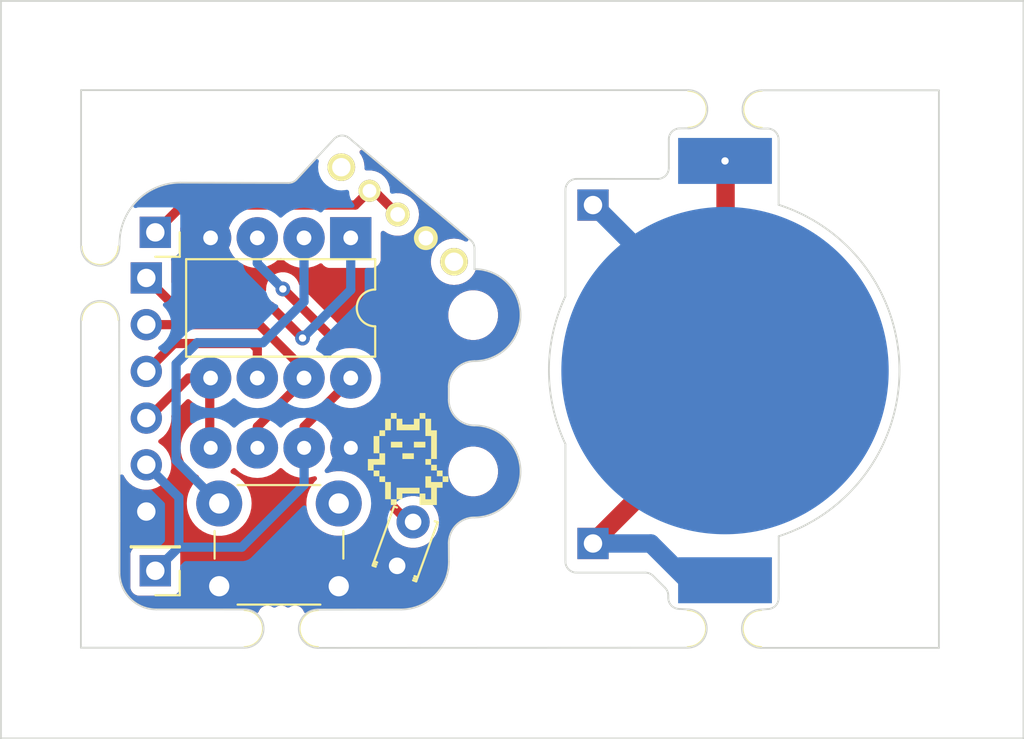
<source format=kicad_pcb>
(kicad_pcb (version 20240108) (generator "pcbnew") (generator_version "8.0")
  (layers (0 "F.Cu" signal) (31 "B.Cu" signal) (34 "B.Paste" user) (35 "F.Paste" user) (36 "B.SilkS" user "B.Silkscreen") (37 "F.SilkS" user "F.Silkscreen") (38 "B.Mask" user) (39 "F.Mask" user) (44 "Edge.Cuts" user))
  (net 0 "")
  (net 1 "GND")
  (net 2 "ISP RESET")
  (net 3 "ISP SCK")
  (net 4 "ISP MISO")
  (net 5 "ISP MOSI")
  (net 6 "BUTTON")
  (net 7 "VCC")
  (net 8 "Net-(BT2-+)")
  (net 9 "Net-(BT2--)")
  (net 10 "LED")
  (net 11 "Net-(J3-Pin_1)")
  (footprint "MountingHole:MountingHole_2.2mm_M2" (layer "F.Cu") (at 23.2 76.5 -90)
    (property "Reference" "H1" (hide yes))
    (property "Value" "MountingHole" (hide yes))
    (pad "" np_thru_hole circle (at 0 0 270) (size 2.2 2.2) (drill 2.2) (layers "*.Cu" "*.Mask"))
  )
  (footprint "Package_DIP:DIP-8_W7.62mm" (layer "F.Cu") (at 39.620077 51.983079 -90)
    (property "Reference" "U1" (hide yes))
    (property "Value" "ATtiny85V-10P")
    (fp_line (start 1.16 8.95) (end 6.46 8.95) (stroke (width 0.12)) (layer "F.SilkS"))
    (fp_line (start 6.46 8.95) (end 6.46 -1.33) (stroke (width 0.12)) (layer "F.SilkS"))
    (fp_line (start 1.16 -1.33) (end 1.16 8.95) (stroke (width 0.12)) (layer "F.SilkS"))
    (fp_line (start 2.81 -1.33) (end 1.16 -1.33) (stroke (width 0.12)) (layer "F.SilkS"))
    (fp_line (start 6.46 -1.33) (end 4.81 -1.33) (stroke (width 0.12)) (layer "F.SilkS"))
    (fp_arc (start 4.81 -1.33) (mid 3.81 -0.33) (end 2.81 -1.33) (stroke (width 0.12)) (layer "F.SilkS"))
    (pad "1" thru_hole rect (at 0 0 270) (size 2.25 2.25) (drill 0.8) (layers "*.Cu" "*.Mask") (net 2 "ISP RESET"))
    (pad "2" thru_hole circle (at 0 2.54 270) (size 2.25 2.25) (drill 0.8) (layers "*.Cu" "*.Mask") (net 6 "BUTTON"))
    (pad "3" thru_hole circle (at 0 5.08 270) (size 2.25 2.25) (drill 0.8) (layers "*.Cu" "*.Mask") (net 10 "LED"))
    (pad "4" thru_hole circle (at 0 7.62 270) (size 2.25 2.25) (drill 0.8) (layers "*.Cu" "*.Mask") (net 1 "GND"))
    (pad "5" thru_hole circle (at 7.62 7.62 270) (size 2.25 2.25) (drill 0.8) (layers "*.Cu" "*.Mask") (net 5 "ISP MOSI"))
    (pad "6" thru_hole circle (at 7.62 5.08 270) (size 2.25 2.25) (drill 0.8) (layers "*.Cu" "*.Mask") (net 4 "ISP MISO"))
    (pad "7" thru_hole circle (at 7.62 2.54 270) (size 2.25 2.25) (drill 0.8) (layers "*.Cu" "*.Mask") (net 3 "ISP SCK"))
    (pad "8" thru_hole circle (at 7.62 0 270) (size 2.25 2.25) (drill 0.8) (layers "*.Cu" "*.Mask") (net 7 "VCC"))
  )
  (footprint "MountingHole:MountingHole_2.2mm_M2" (layer "F.Cu") (at 46.277036 56.183079)
    (property "Reference" "H1" (hide yes))
    (property "Value" "MountingHole" (hide yes))
    (pad "" np_thru_hole circle (at 0 0) (size 2.2 2.2) (drill 2.2) (layers "*.Cu" "*.Mask"))
  )
  (footprint "MountingHole:MountingHole_2.2mm_M2" (layer "F.Cu") (at 23.2 41.7 -90)
    (property "Reference" "H1" (hide yes))
    (property "Value" "MountingHole" (hide yes))
    (pad "" np_thru_hole circle (at 0 0 270) (size 2.2 2.2) (drill 2.2) (layers "*.Cu" "*.Mask"))
  )
  (footprint "LOGO" (layer "F.Cu") (at 42.740397 64.007826)
    (property "Reference" "G***" (hide yes))
    (property "Value" "LOGO" (hide yes))
    (fp_poly (pts (xy -1.562885 0.781442) (xy -1.562885 0.937731) (xy -1.719173 0.937731) (xy -1.875462 0.937731) (xy -1.875462 0.781442) (xy -1.875462 0.625154) (xy -1.719173 0.625154) (xy -1.562885 0.625154)) (fill solid) (layer "F.SilkS"))
    (fp_poly (pts (xy -1.250308 1.094019) (xy -1.250308 1.250307) (xy -1.406596 1.250307) (xy -1.562885 1.250307) (xy -1.562885 1.094019) (xy -1.562885 0.937731) (xy -1.406596 0.937731) (xy -1.250308 0.937731)) (fill solid) (layer "F.SilkS"))
    (fp_poly (pts (xy -0.312577 -0.781442) (xy -0.312577 -0.625154) (xy -0.625154 -0.625154) (xy -0.937731 -0.625154) (xy -0.937731 -0.781442) (xy -0.937731 -0.937731) (xy -0.625154 -0.937731) (xy -0.312577 -0.937731)) (fill solid) (layer "F.SilkS"))
    (fp_poly (pts (xy 0.312577 -0.156289) (xy 0.312577 0) (xy 0 0) (xy -0.312577 0) (xy -0.312577 -0.156289) (xy -0.312577 -0.312577) (xy 0 -0.312577) (xy 0.312577 -0.312577)) (fill solid) (layer "F.SilkS"))
    (fp_poly (pts (xy 0.937731 -0.781442) (xy 0.937731 -0.625154) (xy 0.625154 -0.625154) (xy 0.312577 -0.625154) (xy 0.312577 -0.781442) (xy 0.312577 -0.937731) (xy 0.625154 -0.937731) (xy 0.937731 -0.937731)) (fill solid) (layer "F.SilkS"))
    (fp_poly (pts (xy 1.562884 0.468865) (xy 1.562884 0.625154) (xy 1.406596 0.625154) (xy 1.250307 0.625154) (xy 1.250307 0.468865) (xy 1.250307 0.312577) (xy 1.406596 0.312577) (xy 1.562884 0.312577)) (fill solid) (layer "F.SilkS"))
    (fp_poly (pts (xy 1.875461 0.781442) (xy 1.875461 0.937731) (xy 1.719173 0.937731) (xy 1.562884 0.937731) (xy 1.562884 0.781442) (xy 1.562884 0.625154) (xy 1.719173 0.625154) (xy 1.875461 0.625154)) (fill solid) (layer "F.SilkS"))
    (fp_poly (pts (xy -1.250308 0) (xy -1.250308 0.312577) (xy -1.562885 0.312577) (xy -1.875462 0.312577) (xy -1.875462 0.468865) (xy -1.875462 0.625154) (xy -2.03175 0.625154) (xy -2.188039 0.625154) (xy -2.188039 0.312577) (xy -2.188039 0) (xy -1.875462 0) (xy -1.562885 0) (xy -1.562885 -0.156289) (xy -1.562885 -0.312577) (xy -1.406596 -0.312577) (xy -1.250308 -0.312577)) (fill solid) (layer "F.SilkS"))
    (fp_poly (pts (xy 0.937731 -2.344327) (xy 0.937731 -2.188039) (xy 0.781442 -2.188039) (xy 0.625154 -2.188039) (xy 0.625154 -1.875462) (xy 0.625154 -1.562885) (xy 0 -1.562885) (xy -0.625154 -1.562885) (xy -0.625154 -1.875462) (xy -0.625154 -2.188039) (xy -0.468866 -2.188039) (xy -0.312577 -2.188039) (xy -0.312577 -2.03175) (xy -0.312577 -1.875462) (xy 0 -1.875462) (xy 0.312577 -1.875462) (xy 0.312577 -2.03175) (xy 0.312577 -2.188039) (xy 0.468865 -2.188039) (xy 0.625154 -2.188039) (xy 0.625154 -2.344327) (xy 0.625154 -2.500615) (xy 0.781442 -2.500615) (xy 0.937731 -2.500615)) (fill solid) (layer "F.SilkS"))
    (fp_poly (pts (xy 1.250307 -1.875462) (xy 1.250307 -1.562885) (xy 1.406596 -1.562885) (xy 1.562884 -1.562885) (xy 1.562884 -0.781442) (xy 1.562884 0) (xy 1.406596 0) (xy 1.250307 0) (xy 1.250307 0.156288) (xy 1.250307 0.312577) (xy 1.094019 0.312577) (xy 0.937731 0.312577) (xy 0.937731 0.156288) (xy 0.937731 0) (xy 1.094019 0) (xy 1.250307 0) (xy 1.250307 -0.625154) (xy 1.250307 -1.250308) (xy 1.094019 -1.250308) (xy 0.937731 -1.250308) (xy 0.937731 -1.719173) (xy 0.937731 -2.188039) (xy 1.094019 -2.188039) (xy 1.250307 -2.188039)) (fill solid) (layer "F.SilkS"))
    (fp_poly (pts (xy -0.937731 1.719173) (xy -0.937731 2.188038) (xy -0.781442 2.188038) (xy -0.625154 2.188038) (xy -0.625154 1.875461) (xy -0.625154 1.562884) (xy 0 1.562884) (xy 0.625154 1.562884) (xy 0.625154 1.719173) (xy 0.625154 1.875461) (xy 0.156288 1.875461) (xy -0.312577 1.875461) (xy -0.312577 2.03175) (xy -0.312577 2.188038) (xy -0.468866 2.188038) (xy -0.625154 2.188038) (xy -0.625154 2.344327) (xy -0.625154 2.500615) (xy -0.781442 2.500615) (xy -0.937731 2.500615) (xy -0.937731 2.344327) (xy -0.937731 2.188038) (xy -1.094019 2.188038) (xy -1.250308 2.188038) (xy -1.250308 1.719173) (xy -1.250308 1.250307) (xy -1.094019 1.250307) (xy -0.937731 1.250307)) (fill solid) (layer "F.SilkS"))
    (fp_poly (pts (xy -0.625154 -2.344327) (xy -0.625154 -2.188039) (xy -0.781442 -2.188039) (xy -0.937731 -2.188039) (xy -0.937731 -1.875462) (xy -0.937731 -1.562885) (xy -1.094019 -1.562885) (xy -1.250308 -1.562885) (xy -1.250308 -1.406596) (xy -1.250308 -1.250308) (xy -1.406596 -1.250308) (xy -1.562885 -1.250308) (xy -1.562885 -0.781442) (xy -1.562885 -0.312577) (xy -1.719173 -0.312577) (xy -1.875462 -0.312577) (xy -1.875462 -0.781442) (xy -1.875462 -1.250308) (xy -1.719173 -1.250308) (xy -1.562885 -1.250308) (xy -1.562885 -1.406596) (xy -1.562885 -1.562885) (xy -1.406596 -1.562885) (xy -1.250308 -1.562885) (xy -1.250308 -1.875462) (xy -1.250308 -2.188039) (xy -1.094019 -2.188039) (xy -0.937731 -2.188039) (xy -0.937731 -2.344327) (xy -0.937731 -2.500615) (xy -0.781442 -2.500615) (xy -0.625154 -2.500615)) (fill solid) (layer "F.SilkS"))
    (fp_poly (pts (xy 1.250307 1.094019) (xy 1.250307 1.250307) (xy 1.562884 1.250307) (xy 1.875461 1.250307) (xy 1.875461 1.094019) (xy 1.875461 0.937731) (xy 2.03175 0.937731) (xy 2.188038 0.937731) (xy 2.188038 1.094019) (xy 2.188038 1.250307) (xy 2.03175 1.250307) (xy 1.875461 1.250307) (xy 1.875461 1.406596) (xy 1.875461 1.562884) (xy 1.719173 1.562884) (xy 1.562884 1.562884) (xy 1.562884 2.03175) (xy 1.562884 2.500615) (xy 1.094019 2.500615) (xy 0.625154 2.500615) (xy 0.625154 2.188038) (xy 0.625154 1.875461) (xy 0.781442 1.875461) (xy 0.937731 1.875461) (xy 0.937731 2.03175) (xy 0.937731 2.188038) (xy 1.094019 2.188038) (xy 1.250307 2.188038) (xy 1.250307 1.875461) (xy 1.250307 1.562884) (xy 1.094019 1.562884) (xy 0.937731 1.562884) (xy 0.937731 1.250307) (xy 0.937731 0.937731) (xy 1.094019 0.937731) (xy 1.250307 0.937731)) (fill solid) (layer "F.SilkS"))
  )
  (footprint "MountingHole:MountingHole_2.2mm_M2" (layer "F.Cu") (at 73.5 76.5 -90)
    (property "Reference" "H1" (hide yes))
    (property "Value" "MountingHole" (hide yes))
    (pad "" np_thru_hole circle (at 0 0 270) (size 2.2 2.2) (drill 2.2) (layers "*.Cu" "*.Mask"))
  )
  (footprint "Panelization:mouse-bite-2mm-slot" (layer "F.Cu") (at 25.990846 54.452015 90)
    (property "Reference" "mouse-bite-2mm-slot" (hide yes))
    (property "Value" "VAL**" (hide yes))
    (fp_arc (start -2 -1) (mid -1 0) (end -2 1) (stroke (width 0.1)) (layer "F.SilkS"))
    (fp_arc (start 2 1) (mid 1 0) (end 2 -1) (stroke (width 0.1)) (layer "F.SilkS"))
    (pad "" np_thru_hole circle (at -0.75 -0.75 90) (size 0.5 0.5) (drill 0.5) (layers "*.Cu" "*.Mask"))
    (pad "" np_thru_hole circle (at -0.75 0.75 90) (size 0.5 0.5) (drill 0.5) (layers "*.Cu" "*.Mask"))
    (pad "" np_thru_hole circle (at 0 -0.75 90) (size 0.5 0.5) (drill 0.5) (layers "*.Cu" "*.Mask"))
    (pad "" np_thru_hole circle (at 0 0.75 90) (size 0.5 0.5) (drill 0.5) (layers "*.Cu" "*.Mask"))
    (pad "" np_thru_hole circle (at 0.75 -0.75 90) (size 0.5 0.5) (drill 0.5) (layers "*.Cu" "*.Mask"))
    (pad "" np_thru_hole circle (at 0.75 0.75 90) (size 0.5 0.5) (drill 0.5) (layers "*.Cu" "*.Mask"))
  )
  (footprint "Connector_PinHeader_2.54mm:PinHeader_1x01_P2.54mm_Vertical" (layer "F.Cu") (at 52.792414 68.6 180)
    (property "Reference" "J4" (hide yes))
    (property "Value" "Conn_01x01_Male")
    (pad "1" thru_hole rect (at 0 0 180) (size 1.7 1.7) (drill 1) (layers "*.Cu" "*.Mask") (net 8 "Net-(BT2-+)"))
  )
  (footprint "1825232-1:18252321" (layer "F.Cu") (at 43.704199 51.996982 140)
    (property "Reference" "SW2")
    (property "Value" "SW_Push" (hide yes))
    (pad "1" thru_hole circle (at 0 0 230) (size 1.3 1.3) (drill 0.8) (layers "*.Cu" "*.Mask" "F.SilkS") (net 1 "GND"))
    (pad "2" thru_hole circle (at 4 0 230) (size 1.2 1.2) (drill 0.75) (layers "*.Cu" "*.Mask" "F.SilkS") (net 11 "Net-(J3-Pin_1)"))
    (pad "3" thru_hole circle (at 2 0 230) (size 1.3 1.3) (drill 0.8) (layers "*.Cu" "*.Mask" "F.SilkS") (net 11 "Net-(J3-Pin_1)"))
    (pad "MH1" thru_hole circle (at -2 0 230) (size 1.5 1.5) (drill 1) (layers "*.Cu" "*.Mask" "F.SilkS"))
    (pad "MH2" thru_hole circle (at 6 0 230) (size 1.5 1.5) (drill 1) (layers "*.Cu" "*.Mask" "F.SilkS"))
  )
  (footprint "Button_Switch_THT:SW_PUSH_6mm" (layer "F.Cu") (at 38.968713 70.923675 180)
    (property "Reference" "SW1" (hide yes))
    (property "Value" "Main Button")
    (fp_line (start 6.75 3) (end 6.75 1.5) (stroke (width 0.12)) (layer "F.SilkS"))
    (fp_line (start 5.5 -1) (end 1 -1) (stroke (width 0.12)) (layer "F.SilkS"))
    (fp_line (start 1 5.5) (end 5.5 5.5) (stroke (width 0.12)) (layer "F.SilkS"))
    (fp_line (start -0.25 1.5) (end -0.25 3) (stroke (width 0.12)) (layer "F.SilkS"))
    (pad "1" thru_hole circle (at 0 0 270) (size 2.5 2.5) (drill 1.1) (layers "*.Cu" "*.Mask") (net 1 "GND"))
    (pad "1" thru_hole circle (at 6.5 0 270) (size 2.5 2.5) (drill 1.1) (layers "*.Cu" "*.Mask") (net 1 "GND"))
    (pad "2" thru_hole circle (at 0 4.5 270) (size 2.5 2.5) (drill 1.1) (layers "*.Cu" "*.Mask") (net 6 "BUTTON"))
    (pad "2" thru_hole circle (at 6.5 4.5 270) (size 2.5 2.5) (drill 1.1) (layers "*.Cu" "*.Mask") (net 6 "BUTTON"))
  )
  (footprint "Panelization:mouse-bite-2mm-slot" (layer "F.Cu") (at 59.97042 44.992117)
    (property "Reference" "mouse-bite-2mm-slot" (hide yes))
    (property "Value" "VAL**" (hide yes))
    (fp_arc (start -2 -1) (mid -1 0) (end -2 1) (stroke (width 0.1)) (layer "F.SilkS"))
    (fp_arc (start 2 1) (mid 1 0) (end 2 -1) (stroke (width 0.1)) (layer "F.SilkS"))
    (pad "" np_thru_hole circle (at -0.75 -0.75) (size 0.5 0.5) (drill 0.5) (layers "*.Cu" "*.Mask"))
    (pad "" np_thru_hole circle (at -0.75 0.75) (size 0.5 0.5) (drill 0.5) (layers "*.Cu" "*.Mask"))
    (pad "" np_thru_hole circle (at 0 -0.75) (size 0.5 0.5) (drill 0.5) (layers "*.Cu" "*.Mask"))
    (pad "" np_thru_hole circle (at 0 0.75) (size 0.5 0.5) (drill 0.5) (layers "*.Cu" "*.Mask"))
    (pad "" np_thru_hole circle (at 0.75 -0.75) (size 0.5 0.5) (drill 0.5) (layers "*.Cu" "*.Mask"))
    (pad "" np_thru_hole circle (at 0.75 0.75) (size 0.5 0.5) (drill 0.5) (layers "*.Cu" "*.Mask"))
  )
  (footprint "Panelization:mouse-bite-2mm-slot" (layer "F.Cu") (at 59.936751 73.226415)
    (property "Reference" "mouse-bite-2mm-slot" (hide yes))
    (property "Value" "VAL**" (hide yes))
    (fp_arc (start -2 -1) (mid -1 0) (end -2 1) (stroke (width 0.1)) (layer "F.SilkS"))
    (fp_arc (start 2 1) (mid 1 0) (end 2 -1) (stroke (width 0.1)) (layer "F.SilkS"))
    (pad "" np_thru_hole circle (at -0.75 -0.75) (size 0.5 0.5) (drill 0.5) (layers "*.Cu" "*.Mask"))
    (pad "" np_thru_hole circle (at -0.75 0.75) (size 0.5 0.5) (drill 0.5) (layers "*.Cu" "*.Mask"))
    (pad "" np_thru_hole circle (at 0 -0.75) (size 0.5 0.5) (drill 0.5) (layers "*.Cu" "*.Mask"))
    (pad "" np_thru_hole circle (at 0 0.75) (size 0.5 0.5) (drill 0.5) (layers "*.Cu" "*.Mask"))
    (pad "" np_thru_hole circle (at 0.75 -0.75) (size 0.5 0.5) (drill 0.5) (layers "*.Cu" "*.Mask"))
    (pad "" np_thru_hole circle (at 0.75 0.75) (size 0.5 0.5) (drill 0.5) (layers "*.Cu" "*.Mask"))
  )
  (footprint "Stepchild:Tiny OLED module" (layer "F.Cu") (at 35.815 63.4 180)
    (property "Reference" "U2" (hide yes))
    (property "Value" "OLED" (hide yes))
    (pad "1" thru_hole circle (at -3.81 0 180) (size 2.25 2.25) (drill 0.762) (layers "*.Cu" "*.Mask") (net 1 "GND"))
    (pad "2" thru_hole circle (at -1.27 0 180) (size 2.25 2.25) (drill 0.762) (layers "*.Cu" "*.Mask") (net 7 "VCC"))
    (pad "3" thru_hole circle (at 1.27 0 180) (size 2.25 2.25) (drill 0.762) (layers "*.Cu" "*.Mask") (net 3 "ISP SCK"))
    (pad "4" thru_hole circle (at 3.81 0 180) (size 2.25 2.25) (drill 0.762) (layers "*.Cu" "*.Mask") (net 5 "ISP MOSI"))
  )
  (footprint "Panelization:mouse-bite-2mm-slot" (layer "F.Cu") (at 35.843006 73.226415)
    (property "Reference" "mouse-bite-2mm-slot" (hide yes))
    (property "Value" "VAL**" (hide yes))
    (fp_arc (start -2 -1) (mid -1 0) (end -2 1) (stroke (width 0.1)) (layer "F.SilkS"))
    (fp_arc (start 2 1) (mid 1 0) (end 2 -1) (stroke (width 0.1)) (layer "F.SilkS"))
    (pad "" np_thru_hole circle (at -0.75 -0.75) (size 0.5 0.5) (drill 0.5) (layers "*.Cu" "*.Mask"))
    (pad "" np_thru_hole circle (at -0.75 0.75) (size 0.5 0.5) (drill 0.5) (layers "*.Cu" "*.Mask"))
    (pad "" np_thru_hole circle (at 0 -0.75) (size 0.5 0.5) (drill 0.5) (layers "*.Cu" "*.Mask"))
    (pad "" np_thru_hole circle (at 0 0.75) (size 0.5 0.5) (drill 0.5) (layers "*.Cu" "*.Mask"))
    (pad "" np_thru_hole circle (at 0.75 -0.75) (size 0.5 0.5) (drill 0.5) (layers "*.Cu" "*.Mask"))
    (pad "" np_thru_hole circle (at 0.75 0.75) (size 0.5 0.5) (drill 0.5) (layers "*.Cu" "*.Mask"))
  )
  (footprint "Connector_PinHeader_2.54mm:PinHeader_1x01_P2.54mm_Vertical" (layer "F.Cu") (at 28.99396 51.683079 180)
    (property "Reference" "J3" (hide yes))
    (property "Value" "Conn_01x01_Female" (hide yes))
    (fp_line (start -1.33 0) (end -1.33 -1.33) (stroke (width 0.12)) (layer "F.SilkS"))
    (fp_line (start -1.33 -1.33) (end 0 -1.33) (stroke (width 0.12)) (layer "F.SilkS"))
    (pad "1" thru_hole rect (at 0 0 180) (size 1.7 1.7) (drill 1) (layers "*.Cu" "*.Mask") (net 11 "Net-(J3-Pin_1)"))
  )
  (footprint "Connector_PinHeader_2.54mm:PinHeader_1x01_P2.54mm_Vertical" (layer "F.Cu") (at 52.792414 50.2 180)
    (property "Reference" "J5" (hide yes))
    (property "Value" "Conn_01x01_Male" (hide yes))
    (pad "1" thru_hole rect (at 0 0 180) (size 1.7 1.7) (drill 1) (layers "*.Cu" "*.Mask") (net 9 "Net-(BT2--)"))
  )
  (footprint "Connector_PinHeader_2.54mm:PinHeader_1x01_P2.54mm_Vertical" (layer "F.Cu") (at 28.99396 70.083079 180)
    (property "Reference" "J2" (hide yes))
    (property "Value" "Conn_01x01_Female" (hide yes))
    (fp_line (start 1.33 1.27) (end 1.33 1.33) (stroke (width 0.12)) (layer "F.SilkS"))
    (fp_line (start -1.33 1.33) (end 1.33 1.33) (stroke (width 0.12)) (layer "F.SilkS"))
    (fp_line (start -1.33 1.27) (end 1.33 1.27) (stroke (width 0.12)) (layer "F.SilkS"))
    (fp_line (start -1.33 1.27) (end -1.33 1.33) (stroke (width 0.12)) (layer "F.SilkS"))
    (fp_line (start -1.33 0) (end -1.33 -1.33) (stroke (width 0.12)) (layer "F.SilkS"))
    (fp_line (start -1.33 -1.33) (end 0 -1.33) (stroke (width 0.12)) (layer "F.SilkS"))
    (pad "1" thru_hole rect (at 0 0 180) (size 1.7 1.7) (drill 1) (layers "*.Cu" "*.Mask") (net 7 "VCC"))
  )
  (footprint "MountingHole:MountingHole_2.2mm_M2" (layer "F.Cu") (at 46.277036 64.683079)
    (property "Reference" "H2" (hide yes))
    (property "Value" "MountingHole" (hide yes))
    (pad "" np_thru_hole circle (at 0 0) (size 2.2 2.2) (drill 2.2) (layers "*.Cu" "*.Mask"))
  )
  (footprint "MountingHole:MountingHole_2.2mm_M2" (layer "F.Cu") (at 73.4 41.7)
    (property "Reference" "H1" (hide yes))
    (property "Value" "MountingHole" (hide yes))
    (pad "" np_thru_hole circle (at 0 0) (size 2.2 2.2) (drill 2.2) (layers "*.Cu" "*.Mask"))
  )
  (footprint "LED_THT:LED_D1.8mm_W3.3mm_H2.4mm" (layer "F.Cu") (at 42.142843 69.816333 70)
    (property "Reference" "D1" (hide yes))
    (property "Value" "LED")
    (fp_line (start -0.44 -1.260001) (end -0.44 -1.08) (stroke (width 0.12)) (layer "F.SilkS"))
    (fp_line (start -0.44 -1.260001) (end 2.98 -1.26) (stroke (width 0.12)) (layer "F.SilkS"))
    (fp_line (start -0.32 -1.26) (end -0.32 -1.08) (stroke (width 0.12)) (layer "F.SilkS"))
    (fp_line (start -0.2 -1.26) (end -0.2 -1.08) (stroke (width 0.12)) (layer "F.SilkS"))
    (fp_line (start 2.98 -1.26) (end 2.98 -1.095) (stroke (width 0.12)) (layer "F.SilkS"))
    (fp_line (start -0.440001 1.08) (end -0.44 1.26) (stroke (width 0.12)) (layer "F.SilkS"))
    (fp_line (start -0.319999 1.08) (end -0.32 1.26) (stroke (width 0.12)) (layer "F.SilkS"))
    (fp_line (start -0.2 1.08) (end -0.2 1.26) (stroke (width 0.12)) (layer "F.SilkS"))
    (fp_line (start -0.44 1.26) (end 2.98 1.26) (stroke (width 0.12)) (layer "F.SilkS"))
    (fp_line (start 2.98 1.095) (end 2.98 1.26) (stroke (width 0.12)) (layer "F.SilkS"))
    (pad "1" thru_hole rect (at 0 0 70) (size 1.8 1.8) (drill 0.9) (layers "*.Cu" "*.Mask") (net 1 "GND"))
    (pad "2" thru_hole circle (at 2.54 0 70) (size 1.8 1.8) (drill 0.9) (layers "*.Cu" "*.Mask") (net 10 "LED"))
  )
  (footprint "Stepchild:Battery Clip" (layer "B.Cu") (at 59.970784 59.2 90)
    (property "Reference" "BT2" (hide yes))
    (property "Value" "lr44")
    (pad "1" smd rect (at -11.4 0 90) (size 2.5 5.1) (layers "B.Cu" "B.Paste" "B.Mask") (net 8 "Net-(BT2-+)"))
    (pad "1" smd rect (at 11.4 0 90) (size 2.5 5.1) (layers "B.Cu" "B.Paste" "B.Mask") (net 8 "Net-(BT2-+)"))
    (pad "2" smd circle (at 0 0 90) (size 17.8 17.8) (layers "B.Cu" "B.Paste" "B.Mask") (net 9 "Net-(BT2--)"))
  )
  (footprint "Connector_PinHeader_2.54mm:PinHeader_1x06_P2.54mm_Vertical" (layer "B.Cu") (at 28.505077 54.163079 180)
    (property "Reference" "J1" (hide yes))
    (property "Value" "Programming port")
    (pad "1" thru_hole rect (at 0 0 180) (size 1.7 1.7) (drill 1) (layers "*.Cu" "*.Mask") (net 2 "ISP RESET"))
    (pad "2" thru_hole oval (at 0 -2.54 180) (size 1.7 1.7) (drill 1) (layers "*.Cu" "*.Mask") (net 3 "ISP SCK"))
    (pad "3" thru_hole oval (at 0 -5.08 180) (size 1.7 1.7) (drill 1) (layers "*.Cu" "*.Mask") (net 4 "ISP MISO"))
    (pad "4" thru_hole oval (at 0 -7.62 180) (size 1.7 1.7) (drill 1) (layers "*.Cu" "*.Mask") (net 5 "ISP MOSI"))
    (pad "5" thru_hole oval (at 0 -10.16 180) (size 1.7 1.7) (drill 1) (layers "*.Cu" "*.Mask") (net 7 "VCC"))
    (pad "6" thru_hole oval (at 0 -12.7 180) (size 1.7 1.7) (drill 1) (layers "*.Cu" "*.Mask") (net 1 "GND"))
  )
  (gr_arc (start 57.968918 43.95011) (mid 59.010802 44.990938) (end 57.969638 46.032498) (stroke (width 0.1)) (layer "Edge.Cuts"))
  (gr_arc (start 46.135992 52.103264) (mid 46.293944 52.309268) (end 46.350095 52.562712) (stroke (width 0.1)) (layer "Edge.Cuts"))
  (gr_arc (start 44.950077 68.583079) (mid 45.360128 67.59313) (end 46.350077 67.183079) (stroke (width 0.1)) (layer "Edge.Cuts"))
  (gr_line (start 27.050077 67.383079) (end 27.031227 56.452797) (stroke (width 0.1)) (layer "Edge.Cuts"))
  (gr_arc (start 51.892414 70.184866) (mid 51.468126 70.009134) (end 51.292414 69.584866) (stroke (width 0.1)) (layer "Edge.Cuts"))
  (gr_arc (start 62.279442 46.039281) (mid 62.707254 46.213059) (end 62.884866 46.639256) (stroke (width 0.1)) (layer "Edge.Cuts"))
  (gr_arc (start 44.950077 60.083079) (mid 45.360128 59.09313) (end 46.350077 58.683079) (stroke (width 0.1)) (layer "Edge.Cuts"))
  (gr_line (start 46.350077 53.683079) (end 46.350095 52.562712) (stroke (width 0.1)) (layer "Edge.Cuts"))
  (gr_arc (start 38.709268 46.611441) (mid 39.11203 46.420049) (end 39.535638 46.559412) (stroke (width 0.1)) (layer "Edge.Cuts"))
  (gr_line (start 46.135992 52.103264) (end 39.535638 46.559412) (stroke (width 0.1)) (layer "Edge.Cuts"))
  (gr_arc (start 46.350077 53.683079) (mid 48.850077 56.183079) (end 46.350077 58.683079) (stroke (width 0.1)) (layer "Edge.Cuts"))
  (gr_arc (start 56.913818 46.630248) (mid 57.087416 46.207985) (end 57.507904 46.030137) (stroke (width 0.1)) (layer "Edge.Cuts"))
  (gr_arc (start 27.050077 52.283079) (mid 28.016625 49.949627) (end 30.350077 48.983079) (stroke (width 0.1)) (layer "Edge.Cuts"))
  (gr_line (start 56.709238 71.009238) (end 56.060602 70.360602) (stroke (width 0.1)) (layer "Edge.Cuts"))
  (gr_line (start 55.636338 70.184866) (end 51.892414 70.184866) (stroke (width 0.1)) (layer "Edge.Cuts"))
  (gr_arc (start 51.292414 49.376393) (mid 51.468295 48.951989) (end 51.892818 48.776394) (stroke (width 0.1)) (layer "Edge.Cuts"))
  (gr_line (start 27.050077 67.383079) (end 27.050077 70.183079) (stroke (width 0.1)) (layer "Edge.Cuts"))
  (gr_arc (start 51.292414 63.192174) (mid 50.39655 59.175288) (end 51.292414 55.158402) (stroke (width 0.1)) (layer "Edge.Cuts"))
  (gr_line (start 38.709268 46.611441) (end 36.680998 48.804314) (stroke (width 0.1)) (layer "Edge.Cuts"))
  (gr_arc (start 55.636338 70.184866) (mid 55.865945 70.230544) (end 56.060602 70.360602) (stroke (width 0.1)) (layer "Edge.Cuts"))
  (gr_line (start 57.935249 72.184408) (end 57.485163 72.158484) (stroke (width 0.1)) (layer "Edge.Cuts"))
  (gr_arc (start 57.485163 72.158484) (mid 57.0609 71.982892) (end 56.885028 71.558745) (stroke (width 0.1)) (layer "Edge.Cuts"))
  (gr_line (start 44.950077 60.783079) (end 44.950077 60.083079) (stroke (width 0.1)) (layer "Edge.Cuts"))
  (gr_line (start 62.286797 72.167514) (end 61.929989 72.194039) (stroke (width 0.1)) (layer "Edge.Cuts"))
  (gr_arc (start 46.350077 62.183079) (mid 48.850077 64.683079) (end 46.350077 67.183079) (stroke (width 0.1)) (layer "Edge.Cuts"))
  (gr_line (start 33.841504 72.184408) (end 29.050077 72.183079) (stroke (width 0.1)) (layer "Edge.Cuts"))
  (gr_rect (start 20.6 39.1) (end 76.2 79.2) (stroke (width 0.1)) (fill none) (layer "Edge.Cuts"))
  (gr_line (start 51.292414 55.158402) (end 51.292414 49.376393) (stroke (width 0.1)) (layer "Edge.Cuts"))
  (gr_line (start 61.963658 43.959741) (end 71.6 43.959741) (stroke (width 0.1)) (layer "Edge.Cuts"))
  (gr_line (start 30.350077 48.983079) (end 36.23346 48.996862) (stroke (width 0.1)) (layer "Edge.Cuts"))
  (gr_line (start 44.950077 68.583079) (end 44.957272 69.584983) (stroke (width 0.1)) (layer "Edge.Cuts"))
  (gr_line (start 57.970093 46.025581) (end 57.507904 46.030137) (stroke (width 0.1)) (layer "Edge.Cuts"))
  (gr_arc (start 27.040858 52.458057) (mid 26.000022 53.500002) (end 24.95847 52.458777) (stroke (width 0.1)) (layer "Edge.Cuts"))
  (gr_arc (start 44.957272 69.584983) (mid 44.195748 71.423456) (end 42.357272 72.184983) (stroke (width 0.1)) (layer "Edge.Cuts"))
  (gr_line (start 62.279442 46.039281) (end 61.964378 46.042129) (stroke (width 0.1)) (layer "Edge.Cuts"))
  (gr_line (start 24.948839 74.266762) (end 24.948839 56.453517) (stroke (width 0.1)) (layer "Edge.Cuts"))
  (gr_arc (start 62.884866 50.184866) (mid 69.455862 59.193044) (end 62.891747 68.206235) (stroke (width 0.1)) (layer "Edge.Cuts"))
  (gr_line (start 27.040858 52.458057) (end 27.050077 52.283079) (stroke (width 0.1)) (layer "Edge.Cuts"))
  (gr_line (start 24.95847 43.95011) (end 57.968918 43.95011) (stroke (width 0.1)) (layer "Edge.Cuts"))
  (gr_line (start 56.885028 71.558745) (end 56.884974 71.433242) (stroke (width 0.1)) (layer "Edge.Cuts"))
  (gr_arc (start 62.88588 71.568562) (mid 62.710097 71.991838) (end 62.286797 72.167514) (stroke (width 0.1)) (layer "Edge.Cuts"))
  (gr_line (start 24.95847 52.458777) (end 24.95847 43.95011) (stroke (width 0.1)) (layer "Edge.Cuts"))
  (gr_arc (start 61.930709 74.276427) (mid 60.888808 73.23559) (end 61.929989 72.194039) (stroke (width 0.1)) (layer "Edge.Cuts"))
  (gr_line (start 71.6 74.276427) (end 61.930709 74.276427) (stroke (width 0.1)) (layer "Edge.Cuts"))
  (gr_arc (start 56.709238 71.009238) (mid 56.839259 71.20377) (end 56.884974 71.433242) (stroke (width 0.1)) (layer "Edge.Cuts"))
  (gr_line (start 37.836964 74.276427) (end 57.935969 74.266796) (stroke (width 0.1)) (layer "Edge.Cuts"))
  (gr_arc (start 37.836964 74.276427) (mid 36.795069 73.235593) (end 37.836244 72.194039) (stroke (width 0.1)) (layer "Edge.Cuts"))
  (gr_line (start 37.836244 72.194039) (end 42.357272 72.184983) (stroke (width 0.1)) (layer "Edge.Cuts"))
  (gr_arc (start 56.91418 48.178148) (mid 56.738352 48.60264) (end 56.313776 48.778288) (stroke (width 0.1)) (layer "Edge.Cuts"))
  (gr_line (start 62.884866 46.639256) (end 62.884866 50.184866) (stroke (width 0.1)) (layer "Edge.Cuts"))
  (gr_line (start 56.91418 48.178148) (end 56.913818 46.630248) (stroke (width 0.1)) (layer "Edge.Cuts"))
  (gr_line (start 56.313776 48.778288) (end 51.892818 48.776394) (stroke (width 0.1)) (layer "Edge.Cuts"))
  (gr_arc (start 46.350077 62.183079) (mid 45.360128 61.773028) (end 44.950077 60.783079) (stroke (width 0.1)) (layer "Edge.Cuts"))
  (gr_line (start 71.6 43.959741) (end 71.6 74.276427) (stroke (width 0.1)) (layer "Edge.Cuts"))
  (gr_arc (start 61.964378 46.042129) (mid 60.922493 45.001298) (end 61.963658 43.959741) (stroke (width 0.1)) (layer "Edge.Cuts"))
  (gr_arc (start 33.841504 72.184408) (mid 34.883399 73.225242) (end 33.842224 74.266796) (stroke (width 0.1)) (layer "Edge.Cuts"))
  (gr_line (start 62.891747 68.206235) (end 62.88588 71.568562) (stroke (width 0.1)) (layer "Edge.Cuts"))
  (gr_arc (start 36.680998 48.804314) (mid 36.477652 48.948058) (end 36.23346 48.996862) (stroke (width 0.1)) (layer "Edge.Cuts"))
  (gr_arc (start 57.935249 72.184408) (mid 58.977137 73.22524) (end 57.935969 74.266796) (stroke (width 0.1)) (layer "Edge.Cuts"))
  (gr_line (start 51.292414 69.584866) (end 51.292414 63.192174) (stroke (width 0.1)) (layer "Edge.Cuts"))
  (gr_arc (start 29.050077 72.183079) (mid 27.635863 71.597293) (end 27.050077 70.183079) (stroke (width 0.1)) (layer "Edge.Cuts"))
  (gr_arc (start 24.948839 56.453517) (mid 25.989672 55.411623) (end 27.031227 56.452797) (stroke (width 0.1)) (layer "Edge.Cuts"))
  (gr_line (start 33.842224 74.266796) (end 24.948839 74.266762) (stroke (width 0.1)) (layer "Edge.Cuts"))
  (segment (start 30.045077 55.703079) (end 28.505077 54.163079) (width 0.5) (layer "F.Cu") (net 2))
  (segment (start 35.27092 55.703079) (end 30.045077 55.703079) (width 0.5) (layer "F.Cu") (net 2))
  (segment (start 37.000034 57.432193) (end 35.27092 55.703079) (width 0.5) (layer "F.Cu") (net 2))
  (via (at 37.000034 57.432193) (size 0.8) (drill 0.4) (layers "F.Cu" "B.Cu") (net 2))
  (segment (start 39.620077 51.983079) (end 39.450077 51.983079) (width 0.5) (layer "B.Cu") (net 2))
  (segment (start 37.000034 57.432193) (end 39.620077 54.81215) (width 0.5) (layer "B.Cu") (net 2))
  (segment (start 39.620077 54.81215) (end 39.620077 51.983079) (width 0.5) (layer "B.Cu") (net 2))
  (segment (start 34.645281 56.703079) (end 37.080077 59.137875) (width 0.5) (layer "F.Cu") (net 3))
  (segment (start 34.545 63.4) (end 34.545 62.249807) (width 0.5) (layer "F.Cu") (net 3))
  (segment (start 34.545 62.249807) (end 37.080077 59.71473) (width 0.5) (layer "F.Cu") (net 3))
  (segment (start 28.505077 56.703079) (end 34.645281 56.703079) (width 0.5) (layer "F.Cu") (net 3))
  (segment (start 34.256067 57.728079) (end 34.540077 58.012089) (width 0.5) (layer "F.Cu") (net 4))
  (segment (start 28.505077 59.243079) (end 30.020077 57.728079) (width 0.5) (layer "F.Cu") (net 4))
  (segment (start 30.020077 57.728079) (end 34.256067 57.728079) (width 0.5) (layer "F.Cu") (net 4))
  (segment (start 34.540077 58.012089) (end 34.540077 59.603079) (width 0.5) (layer "F.Cu") (net 4))
  (segment (start 28.616921 61.783079) (end 30.796921 59.603079) (width 0.5) (layer "F.Cu") (net 5))
  (segment (start 32.005 63.4) (end 31.955077 63.350077) (width 0.5) (layer "F.Cu") (net 5))
  (segment (start 28.505077 61.783079) (end 28.616921 61.783079) (width 0.5) (layer "F.Cu") (net 5))
  (segment (start 30.796921 59.603079) (end 32.000077 59.603079) (width 0.5) (layer "F.Cu") (net 5))
  (segment (start 31.955077 63.350077) (end 31.955077 59.648079) (width 0.5) (layer "F.Cu") (net 5))
  (segment (start 31.268426 57.683079) (end 30.125077 58.826428) (width 0.5) (layer "B.Cu") (net 6))
  (segment (start 30.125077 58.826428) (end 30.125077 64.080039) (width 0.5) (layer "B.Cu") (net 6))
  (segment (start 37.080077 51.983079) (end 37.080077 55.453079) (width 0.5) (layer "B.Cu") (net 6))
  (segment (start 37.080077 55.453079) (end 34.850077 57.683079) (width 0.5) (layer "B.Cu") (net 6))
  (segment (start 30.125077 64.080039) (end 32.468713 66.423675) (width 0.5) (layer "B.Cu") (net 6))
  (segment (start 34.850077 57.683079) (end 31.268426 57.683079) (width 0.5) (layer "B.Cu") (net 6))
  (segment (start 37.085 62.249807) (end 37.085 63.4) (width 0.5) (layer "F.Cu") (net 7))
  (segment (start 39.620077 59.71473) (end 37.085 62.249807) (width 0.5) (layer "F.Cu") (net 7))
  (segment (start 33.7 68.8) (end 37.085 65.415) (width 0.5) (layer "B.Cu") (net 7))
  (segment (start 30.277039 66.095041) (end 28.505077 64.323079) (width 0.5) (layer "B.Cu") (net 7))
  (segment (start 30.277039 68.8) (end 33.7 68.8) (width 0.5) (layer "B.Cu") (net 7))
  (segment (start 30.277039 68.8) (end 30.277039 66.095041) (width 0.5) (layer "B.Cu") (net 7))
  (segment (start 37.085 65.415) (end 37.085 63.4) (width 0.5) (layer "B.Cu") (net 7))
  (segment (start 28.99396 70.083079) (end 30.277039 68.8) (width 0.5) (layer "B.Cu") (net 7))
  (segment (start 60 61.349012) (end 60 47.829216) (width 1) (layer "F.Cu") (net 8))
  (segment (start 60 47.829216) (end 59.970784 47.8) (width 1) (layer "F.Cu") (net 8))
  (segment (start 52.792414 68.6) (end 52.792414 68.556598) (width 1) (layer "F.Cu") (net 8))
  (segment (start 52.792414 68.556598) (end 60 61.349012) (width 1) (layer "F.Cu") (net 8))
  (via (at 59.970784 47.8) (size 0.8) (drill 0.4) (layers "F.Cu" "B.Cu") (net 8))
  (segment (start 52.792414 68.6) (end 55.935816 68.6) (width 1) (layer "B.Cu") (net 8))
  (segment (start 57.935816 70.6) (end 59.970784 70.6) (width 1) (layer "B.Cu") (net 8))
  (segment (start 55.935816 68.6) (end 57.935816 70.6) (width 1) (layer "B.Cu") (net 8))
  (segment (start 59.970784 57.334968) (end 52.835816 50.2) (width 1) (layer "B.Cu") (net 9))
  (segment (start 59.970784 59.2) (end 59.970784 57.334968) (width 1) (layer "B.Cu") (net 9))
  (segment (start 52.835816 50.2) (end 52.792414 50.2) (width 1) (layer "B.Cu") (net 9))
  (segment (start 41.5 66.168649) (end 43.032656 67.701305) (width 0.5) (layer "F.Cu") (net 10))
  (segment (start 35.930577 54.762054) (end 35.956241 54.762054) (width 0.5) (layer "F.Cu") (net 10))
  (segment (start 35.956241 54.762054) (end 38.922266 57.728079) (width 0.5) (layer "F.Cu") (net 10))
  (segment (start 40.396728 57.728079) (end 41.5 58.831351) (width 0.5) (layer "F.Cu") (net 10))
  (segment (start 41.5 58.831351) (end 41.5 66.168649) (width 0.5) (layer "F.Cu") (net 10))
  (segment (start 38.922266 57.728079) (end 40.396728 57.728079) (width 0.5) (layer "F.Cu") (net 10))
  (via (at 35.930577 54.762054) (size 0.8) (drill 0.4) (layers "F.Cu" "B.Cu") (net 10))
  (segment (start 34.540077 53.371554) (end 34.540077 51.983079) (width 0.5) (layer "B.Cu") (net 10))
  (segment (start 35.930577 54.762054) (end 34.540077 53.371554) (width 0.5) (layer "B.Cu") (net 10))
  (segment (start 40.886535 49.425832) (end 42.17211 50.711407) (width 0.5) (layer "F.Cu") (net 11))
  (segment (start 40.640021 49.425832) (end 39.865853 50.2) (width 0.5) (layer "F.Cu") (net 11))
  (segment (start 30.477039 50.2) (end 28.99396 51.683079) (width 0.5) (layer "F.Cu") (net 11))
  (segment (start 39.865853 50.2) (end 30.477039 50.2) (width 0.5) (layer "F.Cu") (net 11))
  (segment (start 40.640021 49.425832) (end 40.886535 49.425832) (width 0.5) (layer "F.Cu") (net 11))
  (zone (net 1) (net_name "GND") (layer "F.Cu") (connect_pads yes (clearance 0.508)) (min_thickness 0.254) (fill yes (thermal_gap 0.508) (thermal_bridge_width 0.508))
    (polygon (pts (xy 49.284669 74.552184) (xy 25.684669 74.652184) (xy 25.584669 47.252184) (xy 49.184669 47.152184)))
  )
  (zone (net 1) (net_name "GND") (layer "B.Cu") (priority 1) (connect_pads yes (clearance 0.508)) (min_thickness 0.25) (fill yes (thermal_gap 0.5) (thermal_bridge_width 0.5))
    (polygon (pts (xy 25.950077 53.2) (xy 29.450077 53.2) (xy 26.75 52.821342) (xy 26.75 64.138263) (xy 26.60604 66.033842) (xy 26.402879 73.089297) (xy 49.396839 73.072376) (xy 49.450077 47.2) (xy 25.950077 47.2)))
  )
)
</source>
